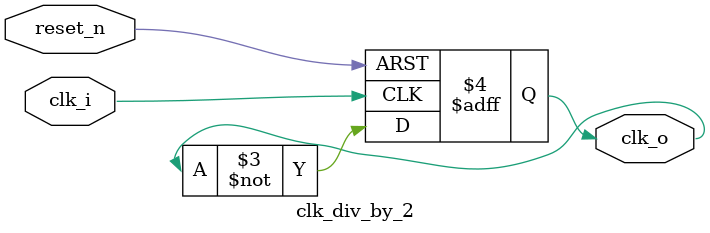
<source format=sv>

module rv32i_soc_fpag_top (
    input logic CLK100MHZ,
    input logic CPU_RESETN,

    // FPGA core signals
    input  logic UART_TXD_IN,
    output logic UART_RXD_OUT,

    output wire CA,
    CB,
    CC,
    CD,
    CE,
    CF,
    CG,
    DP,
    output wire [7:0] AN,
    //    output logic        o_flash_cs_n,
    //    output logic        o_flash_mosi,
    //    input  logic        i_flash_miso,


    //    input logic [15:0] SW,
    output logic [15:0] LED
    //output logic [0:0] LED
);
  parameter DMEM_DEPTH = 128;
  parameter IMEM_DEPTH = 128;

  //  assign UART_TXD_IN = LED[0];
//   assign LED[15:1] = soc_inst.rv32i_core_inst.data_path_inst.csr_unit.csr_reg.csr_mem[3];
//   assign LED[15:1] = soc_inst.rv32i_core_inst.data_path_inst.mstatus[15:1];
  assign LED[0] = soc_inst.mip_in[7];
// assign LED[1] = soc_inst.rv32i_core_inst.data_path_inst.MIE
assign LED[1] = soc_inst.rv32i_core_inst.data_path_inst.csr_unit.csr_reg.MIE;
//   assign 
  //    assign LED[7:0] = soc_inst.UART.wb_dat8_o;
  logic o_flash_sclk;
  STARTUPE2 STARTUPE2 (
      .CFGCLK   (),
      .CFGMCLK  (),
      .EOS      (),
      .PREQ     (),
      .CLK      (1'b0),
      .GSR      (1'b0),
      .GTS      (1'b0),
      .KEYCLEARB(1'b1),
      .PACK     (1'b0),
      .USRCCLKO (o_flash_sclk),
      .USRCCLKTS(1'b0),
      .USRDONEO (1'b1),
      .USRDONETS(1'b0)
  );

  // soc core instance

  // spi signals here
  // serial clock output
  // slave select (active low)
  // MasterOut SlaveIN
  // MasterIn SlaveOut

  // uart signals


  // gpio signals

  // wire [31:0]   io_data;
  // assign io_data[31:16] = SW;
  // assign LED = io_data[15:0];

  logic reset_n;
  logic clk;

  assign reset_n = CPU_RESETN;
  //    assign LED[15:0] = soc_inst.rv32i_core_inst.data_path_inst.reg_file_inst.reg_file[1][15:0];
  clk_div_by_2 gen_core_clk (
      .clk_i  (CLK100MHZ),
      .clk_o  (clk),
      .reset_n(CPU_RESETN)
  );

  rv32i_soc #(
      .DMEM_DEPTH(DMEM_DEPTH),
      .IMEM_DEPTH(IMEM_DEPTH)
  ) soc_inst (
      .*,
      .reset_n  (CPU_RESETN),
      .i_uart_rx(UART_TXD_IN),
      .o_uart_tx(UART_RXD_OUT),
      .io_data  ({32'h00000000})
  );
  logic [31:0] disp, disp2;
  assign disp  = soc_inst.CLINT.mtime[31:0];
  //assign disp  = soc_inst.rv32i_core_inst.data_path_inst.current_pc_if1;
  //assign disp = soc_inst.rv32i_core_inst.data_path_inst.reg_file_inst.reg_file[1][31:0];
  assign disp2 = soc_inst.inst_mem_inst.dmem[0][31:0];
  sev_seg_top sev_Seg_top (
      .CPU_RESETN(CPU_RESETN),
      .CLK100MHZ(clk),
      .CA(CA),
      .CB(CB),
      .CC(CC),
      .CD(CD),
      .CE(CE),
      .CF(CF),
      .CG(CG),
      .DP(DP),
      .AN(AN),
      .t(disp)
  );
  //ila_0 ila_core (
  //	.clk(clk), // input wire clk


  //	.probe0(UART_TXD_IN), // input wire [0:0]  probe0  
  //	.probe1(UART_RXD_OUT) // input wire [0:0]  probe1
  //);

endmodule : rv32i_soc_fpag_top

module clk_div_by_2 (
    input  logic reset_n,
    input  logic clk_i,
    output logic clk_o
);
  always @(posedge clk_i, negedge reset_n) begin
    if (~reset_n) clk_o <= 0;
    else clk_o <= ~clk_o;
  end
endmodule

</source>
